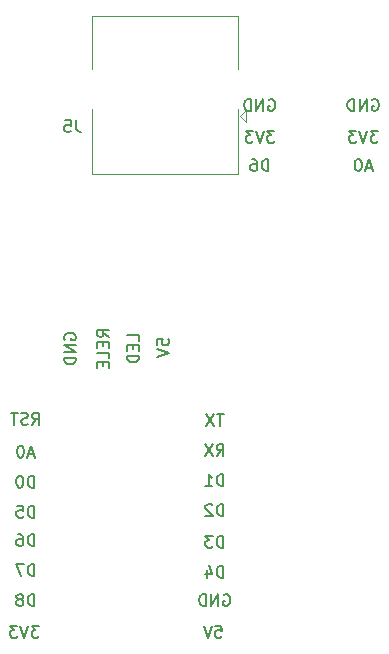
<source format=gbr>
%TF.GenerationSoftware,KiCad,Pcbnew,(5.1.7)-1*%
%TF.CreationDate,2021-02-24T18:28:04+01:00*%
%TF.ProjectId,Temperature-controller-with-ESP8266,54656d70-6572-4617-9475-72652d636f6e,rev?*%
%TF.SameCoordinates,Original*%
%TF.FileFunction,Legend,Bot*%
%TF.FilePolarity,Positive*%
%FSLAX46Y46*%
G04 Gerber Fmt 4.6, Leading zero omitted, Abs format (unit mm)*
G04 Created by KiCad (PCBNEW (5.1.7)-1) date 2021-02-24 18:28:04*
%MOMM*%
%LPD*%
G01*
G04 APERTURE LIST*
%ADD10C,0.150000*%
%ADD11C,0.120000*%
G04 APERTURE END LIST*
D10*
X157098904Y-63127000D02*
X157194142Y-63079380D01*
X157337000Y-63079380D01*
X157479857Y-63127000D01*
X157575095Y-63222238D01*
X157622714Y-63317476D01*
X157670333Y-63507952D01*
X157670333Y-63650809D01*
X157622714Y-63841285D01*
X157575095Y-63936523D01*
X157479857Y-64031761D01*
X157337000Y-64079380D01*
X157241761Y-64079380D01*
X157098904Y-64031761D01*
X157051285Y-63984142D01*
X157051285Y-63650809D01*
X157241761Y-63650809D01*
X156622714Y-64079380D02*
X156622714Y-63079380D01*
X156051285Y-64079380D01*
X156051285Y-63079380D01*
X155575095Y-64079380D02*
X155575095Y-63079380D01*
X155337000Y-63079380D01*
X155194142Y-63127000D01*
X155098904Y-63222238D01*
X155051285Y-63317476D01*
X155003666Y-63507952D01*
X155003666Y-63650809D01*
X155051285Y-63841285D01*
X155098904Y-63936523D01*
X155194142Y-64031761D01*
X155337000Y-64079380D01*
X155575095Y-64079380D01*
X157575095Y-65746380D02*
X156956047Y-65746380D01*
X157289380Y-66127333D01*
X157146523Y-66127333D01*
X157051285Y-66174952D01*
X157003666Y-66222571D01*
X156956047Y-66317809D01*
X156956047Y-66555904D01*
X157003666Y-66651142D01*
X157051285Y-66698761D01*
X157146523Y-66746380D01*
X157432238Y-66746380D01*
X157527476Y-66698761D01*
X157575095Y-66651142D01*
X156670333Y-65746380D02*
X156337000Y-66746380D01*
X156003666Y-65746380D01*
X155765571Y-65746380D02*
X155146523Y-65746380D01*
X155479857Y-66127333D01*
X155337000Y-66127333D01*
X155241761Y-66174952D01*
X155194142Y-66222571D01*
X155146523Y-66317809D01*
X155146523Y-66555904D01*
X155194142Y-66651142D01*
X155241761Y-66698761D01*
X155337000Y-66746380D01*
X155622714Y-66746380D01*
X155717952Y-66698761D01*
X155765571Y-66651142D01*
X157051285Y-68873666D02*
X156575095Y-68873666D01*
X157146523Y-69159380D02*
X156813190Y-68159380D01*
X156479857Y-69159380D01*
X155956047Y-68159380D02*
X155860809Y-68159380D01*
X155765571Y-68207000D01*
X155717952Y-68254619D01*
X155670333Y-68349857D01*
X155622714Y-68540333D01*
X155622714Y-68778428D01*
X155670333Y-68968904D01*
X155717952Y-69064142D01*
X155765571Y-69111761D01*
X155860809Y-69159380D01*
X155956047Y-69159380D01*
X156051285Y-69111761D01*
X156098904Y-69064142D01*
X156146523Y-68968904D01*
X156194142Y-68778428D01*
X156194142Y-68540333D01*
X156146523Y-68349857D01*
X156098904Y-68254619D01*
X156051285Y-68207000D01*
X155956047Y-68159380D01*
X148812095Y-65746380D02*
X148193047Y-65746380D01*
X148526380Y-66127333D01*
X148383523Y-66127333D01*
X148288285Y-66174952D01*
X148240666Y-66222571D01*
X148193047Y-66317809D01*
X148193047Y-66555904D01*
X148240666Y-66651142D01*
X148288285Y-66698761D01*
X148383523Y-66746380D01*
X148669238Y-66746380D01*
X148764476Y-66698761D01*
X148812095Y-66651142D01*
X147907333Y-65746380D02*
X147574000Y-66746380D01*
X147240666Y-65746380D01*
X147002571Y-65746380D02*
X146383523Y-65746380D01*
X146716857Y-66127333D01*
X146574000Y-66127333D01*
X146478761Y-66174952D01*
X146431142Y-66222571D01*
X146383523Y-66317809D01*
X146383523Y-66555904D01*
X146431142Y-66651142D01*
X146478761Y-66698761D01*
X146574000Y-66746380D01*
X146859714Y-66746380D01*
X146954952Y-66698761D01*
X147002571Y-66651142D01*
X148335904Y-63127000D02*
X148431142Y-63079380D01*
X148574000Y-63079380D01*
X148716857Y-63127000D01*
X148812095Y-63222238D01*
X148859714Y-63317476D01*
X148907333Y-63507952D01*
X148907333Y-63650809D01*
X148859714Y-63841285D01*
X148812095Y-63936523D01*
X148716857Y-64031761D01*
X148574000Y-64079380D01*
X148478761Y-64079380D01*
X148335904Y-64031761D01*
X148288285Y-63984142D01*
X148288285Y-63650809D01*
X148478761Y-63650809D01*
X147859714Y-64079380D02*
X147859714Y-63079380D01*
X147288285Y-64079380D01*
X147288285Y-63079380D01*
X146812095Y-64079380D02*
X146812095Y-63079380D01*
X146574000Y-63079380D01*
X146431142Y-63127000D01*
X146335904Y-63222238D01*
X146288285Y-63317476D01*
X146240666Y-63507952D01*
X146240666Y-63650809D01*
X146288285Y-63841285D01*
X146335904Y-63936523D01*
X146431142Y-64031761D01*
X146574000Y-64079380D01*
X146812095Y-64079380D01*
X148312095Y-69159380D02*
X148312095Y-68159380D01*
X148074000Y-68159380D01*
X147931142Y-68207000D01*
X147835904Y-68302238D01*
X147788285Y-68397476D01*
X147740666Y-68587952D01*
X147740666Y-68730809D01*
X147788285Y-68921285D01*
X147835904Y-69016523D01*
X147931142Y-69111761D01*
X148074000Y-69159380D01*
X148312095Y-69159380D01*
X146883523Y-68159380D02*
X147074000Y-68159380D01*
X147169238Y-68207000D01*
X147216857Y-68254619D01*
X147312095Y-68397476D01*
X147359714Y-68587952D01*
X147359714Y-68968904D01*
X147312095Y-69064142D01*
X147264476Y-69111761D01*
X147169238Y-69159380D01*
X146978761Y-69159380D01*
X146883523Y-69111761D01*
X146835904Y-69064142D01*
X146788285Y-68968904D01*
X146788285Y-68730809D01*
X146835904Y-68635571D01*
X146883523Y-68587952D01*
X146978761Y-68540333D01*
X147169238Y-68540333D01*
X147264476Y-68587952D01*
X147312095Y-68635571D01*
X147359714Y-68730809D01*
X138898380Y-83883523D02*
X138898380Y-83407333D01*
X139374571Y-83359714D01*
X139326952Y-83407333D01*
X139279333Y-83502571D01*
X139279333Y-83740666D01*
X139326952Y-83835904D01*
X139374571Y-83883523D01*
X139469809Y-83931142D01*
X139707904Y-83931142D01*
X139803142Y-83883523D01*
X139850761Y-83835904D01*
X139898380Y-83740666D01*
X139898380Y-83502571D01*
X139850761Y-83407333D01*
X139803142Y-83359714D01*
X138898380Y-84216857D02*
X139898380Y-84550190D01*
X138898380Y-84883523D01*
X137358380Y-83558142D02*
X137358380Y-83081952D01*
X136358380Y-83081952D01*
X136834571Y-83891476D02*
X136834571Y-84224809D01*
X137358380Y-84367666D02*
X137358380Y-83891476D01*
X136358380Y-83891476D01*
X136358380Y-84367666D01*
X137358380Y-84796238D02*
X136358380Y-84796238D01*
X136358380Y-85034333D01*
X136406000Y-85177190D01*
X136501238Y-85272428D01*
X136596476Y-85320047D01*
X136786952Y-85367666D01*
X136929809Y-85367666D01*
X137120285Y-85320047D01*
X137215523Y-85272428D01*
X137310761Y-85177190D01*
X137358380Y-85034333D01*
X137358380Y-84796238D01*
X134818380Y-83201000D02*
X134342190Y-82867666D01*
X134818380Y-82629571D02*
X133818380Y-82629571D01*
X133818380Y-83010523D01*
X133866000Y-83105761D01*
X133913619Y-83153380D01*
X134008857Y-83201000D01*
X134151714Y-83201000D01*
X134246952Y-83153380D01*
X134294571Y-83105761D01*
X134342190Y-83010523D01*
X134342190Y-82629571D01*
X134294571Y-83629571D02*
X134294571Y-83962904D01*
X134818380Y-84105761D02*
X134818380Y-83629571D01*
X133818380Y-83629571D01*
X133818380Y-84105761D01*
X134818380Y-85010523D02*
X134818380Y-84534333D01*
X133818380Y-84534333D01*
X134294571Y-85343857D02*
X134294571Y-85677190D01*
X134818380Y-85820047D02*
X134818380Y-85343857D01*
X133818380Y-85343857D01*
X133818380Y-85820047D01*
X131072000Y-83439095D02*
X131024380Y-83343857D01*
X131024380Y-83201000D01*
X131072000Y-83058142D01*
X131167238Y-82962904D01*
X131262476Y-82915285D01*
X131452952Y-82867666D01*
X131595809Y-82867666D01*
X131786285Y-82915285D01*
X131881523Y-82962904D01*
X131976761Y-83058142D01*
X132024380Y-83201000D01*
X132024380Y-83296238D01*
X131976761Y-83439095D01*
X131929142Y-83486714D01*
X131595809Y-83486714D01*
X131595809Y-83296238D01*
X132024380Y-83915285D02*
X131024380Y-83915285D01*
X132024380Y-84486714D01*
X131024380Y-84486714D01*
X132024380Y-84962904D02*
X131024380Y-84962904D01*
X131024380Y-85201000D01*
X131072000Y-85343857D01*
X131167238Y-85439095D01*
X131262476Y-85486714D01*
X131452952Y-85534333D01*
X131595809Y-85534333D01*
X131786285Y-85486714D01*
X131881523Y-85439095D01*
X131976761Y-85343857D01*
X132024380Y-85201000D01*
X132024380Y-84962904D01*
X143827476Y-107656380D02*
X144303666Y-107656380D01*
X144351285Y-108132571D01*
X144303666Y-108084952D01*
X144208428Y-108037333D01*
X143970333Y-108037333D01*
X143875095Y-108084952D01*
X143827476Y-108132571D01*
X143779857Y-108227809D01*
X143779857Y-108465904D01*
X143827476Y-108561142D01*
X143875095Y-108608761D01*
X143970333Y-108656380D01*
X144208428Y-108656380D01*
X144303666Y-108608761D01*
X144351285Y-108561142D01*
X143494142Y-107656380D02*
X143160809Y-108656380D01*
X142827476Y-107656380D01*
X144502095Y-98369380D02*
X144502095Y-97369380D01*
X144264000Y-97369380D01*
X144121142Y-97417000D01*
X144025904Y-97512238D01*
X143978285Y-97607476D01*
X143930666Y-97797952D01*
X143930666Y-97940809D01*
X143978285Y-98131285D01*
X144025904Y-98226523D01*
X144121142Y-98321761D01*
X144264000Y-98369380D01*
X144502095Y-98369380D01*
X143549714Y-97464619D02*
X143502095Y-97417000D01*
X143406857Y-97369380D01*
X143168761Y-97369380D01*
X143073523Y-97417000D01*
X143025904Y-97464619D01*
X142978285Y-97559857D01*
X142978285Y-97655095D01*
X143025904Y-97797952D01*
X143597333Y-98369380D01*
X142978285Y-98369380D01*
X143930666Y-93289380D02*
X144264000Y-92813190D01*
X144502095Y-93289380D02*
X144502095Y-92289380D01*
X144121142Y-92289380D01*
X144025904Y-92337000D01*
X143978285Y-92384619D01*
X143930666Y-92479857D01*
X143930666Y-92622714D01*
X143978285Y-92717952D01*
X144025904Y-92765571D01*
X144121142Y-92813190D01*
X144502095Y-92813190D01*
X143597333Y-92289380D02*
X142930666Y-93289380D01*
X142930666Y-92289380D02*
X143597333Y-93289380D01*
X144525904Y-89749380D02*
X143954476Y-89749380D01*
X144240190Y-90749380D02*
X144240190Y-89749380D01*
X143716380Y-89749380D02*
X143049714Y-90749380D01*
X143049714Y-89749380D02*
X143716380Y-90749380D01*
X144502095Y-101036380D02*
X144502095Y-100036380D01*
X144264000Y-100036380D01*
X144121142Y-100084000D01*
X144025904Y-100179238D01*
X143978285Y-100274476D01*
X143930666Y-100464952D01*
X143930666Y-100607809D01*
X143978285Y-100798285D01*
X144025904Y-100893523D01*
X144121142Y-100988761D01*
X144264000Y-101036380D01*
X144502095Y-101036380D01*
X143597333Y-100036380D02*
X142978285Y-100036380D01*
X143311619Y-100417333D01*
X143168761Y-100417333D01*
X143073523Y-100464952D01*
X143025904Y-100512571D01*
X142978285Y-100607809D01*
X142978285Y-100845904D01*
X143025904Y-100941142D01*
X143073523Y-100988761D01*
X143168761Y-101036380D01*
X143454476Y-101036380D01*
X143549714Y-100988761D01*
X143597333Y-100941142D01*
X144525904Y-105037000D02*
X144621142Y-104989380D01*
X144764000Y-104989380D01*
X144906857Y-105037000D01*
X145002095Y-105132238D01*
X145049714Y-105227476D01*
X145097333Y-105417952D01*
X145097333Y-105560809D01*
X145049714Y-105751285D01*
X145002095Y-105846523D01*
X144906857Y-105941761D01*
X144764000Y-105989380D01*
X144668761Y-105989380D01*
X144525904Y-105941761D01*
X144478285Y-105894142D01*
X144478285Y-105560809D01*
X144668761Y-105560809D01*
X144049714Y-105989380D02*
X144049714Y-104989380D01*
X143478285Y-105989380D01*
X143478285Y-104989380D01*
X143002095Y-105989380D02*
X143002095Y-104989380D01*
X142764000Y-104989380D01*
X142621142Y-105037000D01*
X142525904Y-105132238D01*
X142478285Y-105227476D01*
X142430666Y-105417952D01*
X142430666Y-105560809D01*
X142478285Y-105751285D01*
X142525904Y-105846523D01*
X142621142Y-105941761D01*
X142764000Y-105989380D01*
X143002095Y-105989380D01*
X144502095Y-103576380D02*
X144502095Y-102576380D01*
X144264000Y-102576380D01*
X144121142Y-102624000D01*
X144025904Y-102719238D01*
X143978285Y-102814476D01*
X143930666Y-103004952D01*
X143930666Y-103147809D01*
X143978285Y-103338285D01*
X144025904Y-103433523D01*
X144121142Y-103528761D01*
X144264000Y-103576380D01*
X144502095Y-103576380D01*
X143073523Y-102909714D02*
X143073523Y-103576380D01*
X143311619Y-102528761D02*
X143549714Y-103243047D01*
X142930666Y-103243047D01*
X144502095Y-95829380D02*
X144502095Y-94829380D01*
X144264000Y-94829380D01*
X144121142Y-94877000D01*
X144025904Y-94972238D01*
X143978285Y-95067476D01*
X143930666Y-95257952D01*
X143930666Y-95400809D01*
X143978285Y-95591285D01*
X144025904Y-95686523D01*
X144121142Y-95781761D01*
X144264000Y-95829380D01*
X144502095Y-95829380D01*
X142978285Y-95829380D02*
X143549714Y-95829380D01*
X143264000Y-95829380D02*
X143264000Y-94829380D01*
X143359238Y-94972238D01*
X143454476Y-95067476D01*
X143549714Y-95115095D01*
X128873095Y-107656380D02*
X128254047Y-107656380D01*
X128587380Y-108037333D01*
X128444523Y-108037333D01*
X128349285Y-108084952D01*
X128301666Y-108132571D01*
X128254047Y-108227809D01*
X128254047Y-108465904D01*
X128301666Y-108561142D01*
X128349285Y-108608761D01*
X128444523Y-108656380D01*
X128730238Y-108656380D01*
X128825476Y-108608761D01*
X128873095Y-108561142D01*
X127968333Y-107656380D02*
X127635000Y-108656380D01*
X127301666Y-107656380D01*
X127063571Y-107656380D02*
X126444523Y-107656380D01*
X126777857Y-108037333D01*
X126635000Y-108037333D01*
X126539761Y-108084952D01*
X126492142Y-108132571D01*
X126444523Y-108227809D01*
X126444523Y-108465904D01*
X126492142Y-108561142D01*
X126539761Y-108608761D01*
X126635000Y-108656380D01*
X126920714Y-108656380D01*
X127015952Y-108608761D01*
X127063571Y-108561142D01*
X128500095Y-98496380D02*
X128500095Y-97496380D01*
X128262000Y-97496380D01*
X128119142Y-97544000D01*
X128023904Y-97639238D01*
X127976285Y-97734476D01*
X127928666Y-97924952D01*
X127928666Y-98067809D01*
X127976285Y-98258285D01*
X128023904Y-98353523D01*
X128119142Y-98448761D01*
X128262000Y-98496380D01*
X128500095Y-98496380D01*
X127023904Y-97496380D02*
X127500095Y-97496380D01*
X127547714Y-97972571D01*
X127500095Y-97924952D01*
X127404857Y-97877333D01*
X127166761Y-97877333D01*
X127071523Y-97924952D01*
X127023904Y-97972571D01*
X126976285Y-98067809D01*
X126976285Y-98305904D01*
X127023904Y-98401142D01*
X127071523Y-98448761D01*
X127166761Y-98496380D01*
X127404857Y-98496380D01*
X127500095Y-98448761D01*
X127547714Y-98401142D01*
X128500095Y-95956380D02*
X128500095Y-94956380D01*
X128262000Y-94956380D01*
X128119142Y-95004000D01*
X128023904Y-95099238D01*
X127976285Y-95194476D01*
X127928666Y-95384952D01*
X127928666Y-95527809D01*
X127976285Y-95718285D01*
X128023904Y-95813523D01*
X128119142Y-95908761D01*
X128262000Y-95956380D01*
X128500095Y-95956380D01*
X127309619Y-94956380D02*
X127214380Y-94956380D01*
X127119142Y-95004000D01*
X127071523Y-95051619D01*
X127023904Y-95146857D01*
X126976285Y-95337333D01*
X126976285Y-95575428D01*
X127023904Y-95765904D01*
X127071523Y-95861142D01*
X127119142Y-95908761D01*
X127214380Y-95956380D01*
X127309619Y-95956380D01*
X127404857Y-95908761D01*
X127452476Y-95861142D01*
X127500095Y-95765904D01*
X127547714Y-95575428D01*
X127547714Y-95337333D01*
X127500095Y-95146857D01*
X127452476Y-95051619D01*
X127404857Y-95004000D01*
X127309619Y-94956380D01*
X128500095Y-103449380D02*
X128500095Y-102449380D01*
X128262000Y-102449380D01*
X128119142Y-102497000D01*
X128023904Y-102592238D01*
X127976285Y-102687476D01*
X127928666Y-102877952D01*
X127928666Y-103020809D01*
X127976285Y-103211285D01*
X128023904Y-103306523D01*
X128119142Y-103401761D01*
X128262000Y-103449380D01*
X128500095Y-103449380D01*
X127595333Y-102449380D02*
X126928666Y-102449380D01*
X127357238Y-103449380D01*
X128476285Y-93130666D02*
X128000095Y-93130666D01*
X128571523Y-93416380D02*
X128238190Y-92416380D01*
X127904857Y-93416380D01*
X127381047Y-92416380D02*
X127285809Y-92416380D01*
X127190571Y-92464000D01*
X127142952Y-92511619D01*
X127095333Y-92606857D01*
X127047714Y-92797333D01*
X127047714Y-93035428D01*
X127095333Y-93225904D01*
X127142952Y-93321142D01*
X127190571Y-93368761D01*
X127285809Y-93416380D01*
X127381047Y-93416380D01*
X127476285Y-93368761D01*
X127523904Y-93321142D01*
X127571523Y-93225904D01*
X127619142Y-93035428D01*
X127619142Y-92797333D01*
X127571523Y-92606857D01*
X127523904Y-92511619D01*
X127476285Y-92464000D01*
X127381047Y-92416380D01*
X128309619Y-90622380D02*
X128642952Y-90146190D01*
X128881047Y-90622380D02*
X128881047Y-89622380D01*
X128500095Y-89622380D01*
X128404857Y-89670000D01*
X128357238Y-89717619D01*
X128309619Y-89812857D01*
X128309619Y-89955714D01*
X128357238Y-90050952D01*
X128404857Y-90098571D01*
X128500095Y-90146190D01*
X128881047Y-90146190D01*
X127928666Y-90574761D02*
X127785809Y-90622380D01*
X127547714Y-90622380D01*
X127452476Y-90574761D01*
X127404857Y-90527142D01*
X127357238Y-90431904D01*
X127357238Y-90336666D01*
X127404857Y-90241428D01*
X127452476Y-90193809D01*
X127547714Y-90146190D01*
X127738190Y-90098571D01*
X127833428Y-90050952D01*
X127881047Y-90003333D01*
X127928666Y-89908095D01*
X127928666Y-89812857D01*
X127881047Y-89717619D01*
X127833428Y-89670000D01*
X127738190Y-89622380D01*
X127500095Y-89622380D01*
X127357238Y-89670000D01*
X127071523Y-89622380D02*
X126500095Y-89622380D01*
X126785809Y-90622380D02*
X126785809Y-89622380D01*
X128500095Y-100909380D02*
X128500095Y-99909380D01*
X128262000Y-99909380D01*
X128119142Y-99957000D01*
X128023904Y-100052238D01*
X127976285Y-100147476D01*
X127928666Y-100337952D01*
X127928666Y-100480809D01*
X127976285Y-100671285D01*
X128023904Y-100766523D01*
X128119142Y-100861761D01*
X128262000Y-100909380D01*
X128500095Y-100909380D01*
X127071523Y-99909380D02*
X127262000Y-99909380D01*
X127357238Y-99957000D01*
X127404857Y-100004619D01*
X127500095Y-100147476D01*
X127547714Y-100337952D01*
X127547714Y-100718904D01*
X127500095Y-100814142D01*
X127452476Y-100861761D01*
X127357238Y-100909380D01*
X127166761Y-100909380D01*
X127071523Y-100861761D01*
X127023904Y-100814142D01*
X126976285Y-100718904D01*
X126976285Y-100480809D01*
X127023904Y-100385571D01*
X127071523Y-100337952D01*
X127166761Y-100290333D01*
X127357238Y-100290333D01*
X127452476Y-100337952D01*
X127500095Y-100385571D01*
X127547714Y-100480809D01*
X128500095Y-105989380D02*
X128500095Y-104989380D01*
X128262000Y-104989380D01*
X128119142Y-105037000D01*
X128023904Y-105132238D01*
X127976285Y-105227476D01*
X127928666Y-105417952D01*
X127928666Y-105560809D01*
X127976285Y-105751285D01*
X128023904Y-105846523D01*
X128119142Y-105941761D01*
X128262000Y-105989380D01*
X128500095Y-105989380D01*
X127357238Y-105417952D02*
X127452476Y-105370333D01*
X127500095Y-105322714D01*
X127547714Y-105227476D01*
X127547714Y-105179857D01*
X127500095Y-105084619D01*
X127452476Y-105037000D01*
X127357238Y-104989380D01*
X127166761Y-104989380D01*
X127071523Y-105037000D01*
X127023904Y-105084619D01*
X126976285Y-105179857D01*
X126976285Y-105227476D01*
X127023904Y-105322714D01*
X127071523Y-105370333D01*
X127166761Y-105417952D01*
X127357238Y-105417952D01*
X127452476Y-105465571D01*
X127500095Y-105513190D01*
X127547714Y-105608428D01*
X127547714Y-105798904D01*
X127500095Y-105894142D01*
X127452476Y-105941761D01*
X127357238Y-105989380D01*
X127166761Y-105989380D01*
X127071523Y-105941761D01*
X127023904Y-105894142D01*
X126976285Y-105798904D01*
X126976285Y-105608428D01*
X127023904Y-105513190D01*
X127071523Y-105465571D01*
X127166761Y-105417952D01*
D11*
%TO.C,J5*%
X133367000Y-69416000D02*
X145767000Y-69416000D01*
X145767000Y-69416000D02*
X145767000Y-63946000D01*
X145767000Y-56016000D02*
X145767000Y-60486000D01*
X145767000Y-56016000D02*
X133367000Y-56016000D01*
X133367000Y-56016000D02*
X133367000Y-60486000D01*
X133367000Y-63946000D02*
X133367000Y-69416000D01*
X146377000Y-64016000D02*
X145877000Y-64516000D01*
X145877000Y-64516000D02*
X146377000Y-65016000D01*
X146377000Y-65016000D02*
X146377000Y-64016000D01*
%TD*%
%TO.C,J5*%
D10*
X132032333Y-64857380D02*
X132032333Y-65571666D01*
X132079952Y-65714523D01*
X132175190Y-65809761D01*
X132318047Y-65857380D01*
X132413285Y-65857380D01*
X131079952Y-64857380D02*
X131556142Y-64857380D01*
X131603761Y-65333571D01*
X131556142Y-65285952D01*
X131460904Y-65238333D01*
X131222809Y-65238333D01*
X131127571Y-65285952D01*
X131079952Y-65333571D01*
X131032333Y-65428809D01*
X131032333Y-65666904D01*
X131079952Y-65762142D01*
X131127571Y-65809761D01*
X131222809Y-65857380D01*
X131460904Y-65857380D01*
X131556142Y-65809761D01*
X131603761Y-65762142D01*
%TD*%
M02*

</source>
